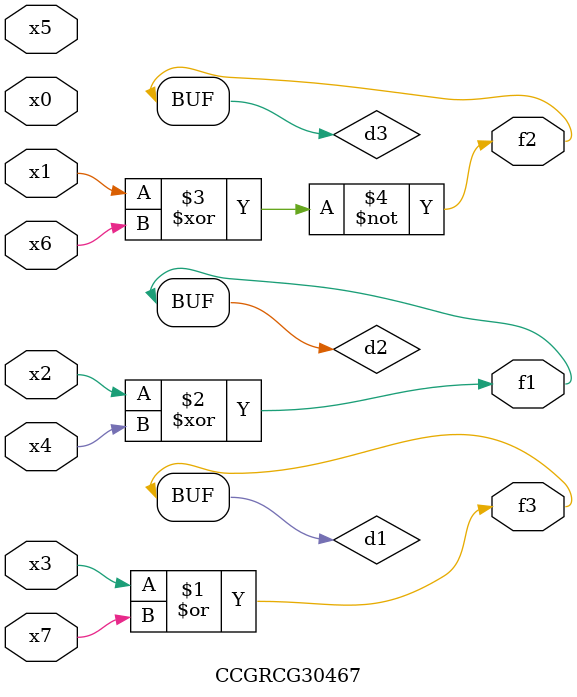
<source format=v>
module CCGRCG30467(
	input x0, x1, x2, x3, x4, x5, x6, x7,
	output f1, f2, f3
);

	wire d1, d2, d3;

	or (d1, x3, x7);
	xor (d2, x2, x4);
	xnor (d3, x1, x6);
	assign f1 = d2;
	assign f2 = d3;
	assign f3 = d1;
endmodule

</source>
